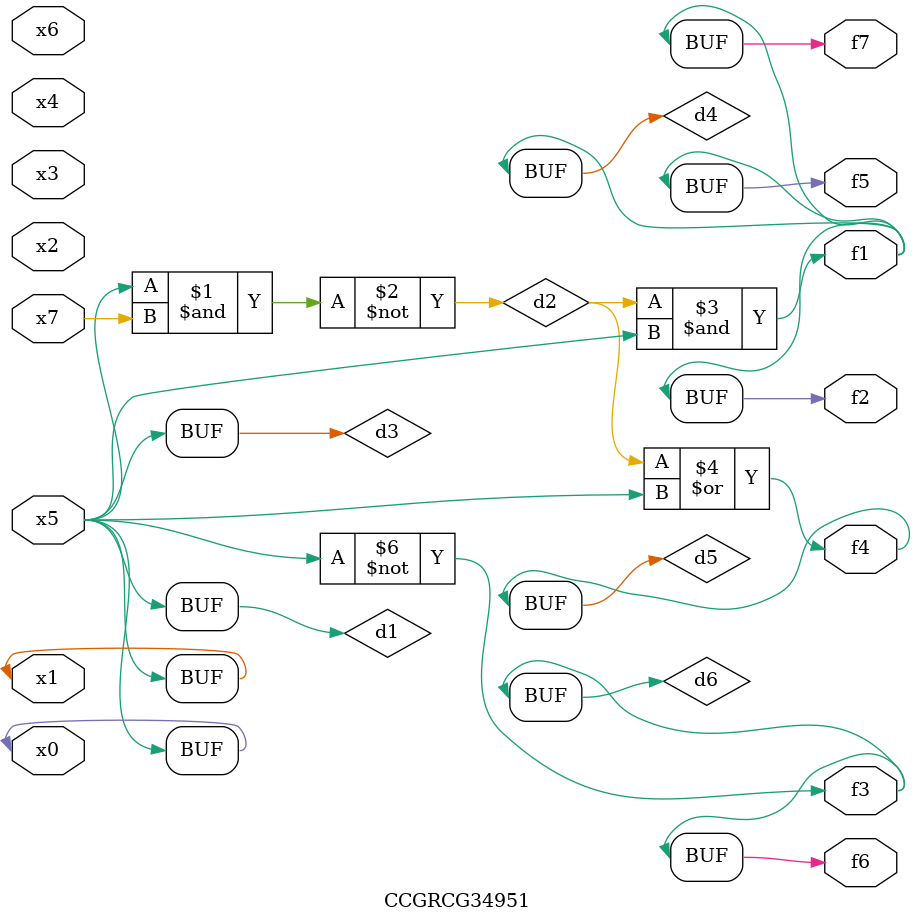
<source format=v>
module CCGRCG34951(
	input x0, x1, x2, x3, x4, x5, x6, x7,
	output f1, f2, f3, f4, f5, f6, f7
);

	wire d1, d2, d3, d4, d5, d6;

	buf (d1, x0, x5);
	nand (d2, x5, x7);
	buf (d3, x0, x1);
	and (d4, d2, d3);
	or (d5, d2, d3);
	nor (d6, d1, d3);
	assign f1 = d4;
	assign f2 = d4;
	assign f3 = d6;
	assign f4 = d5;
	assign f5 = d4;
	assign f6 = d6;
	assign f7 = d4;
endmodule

</source>
